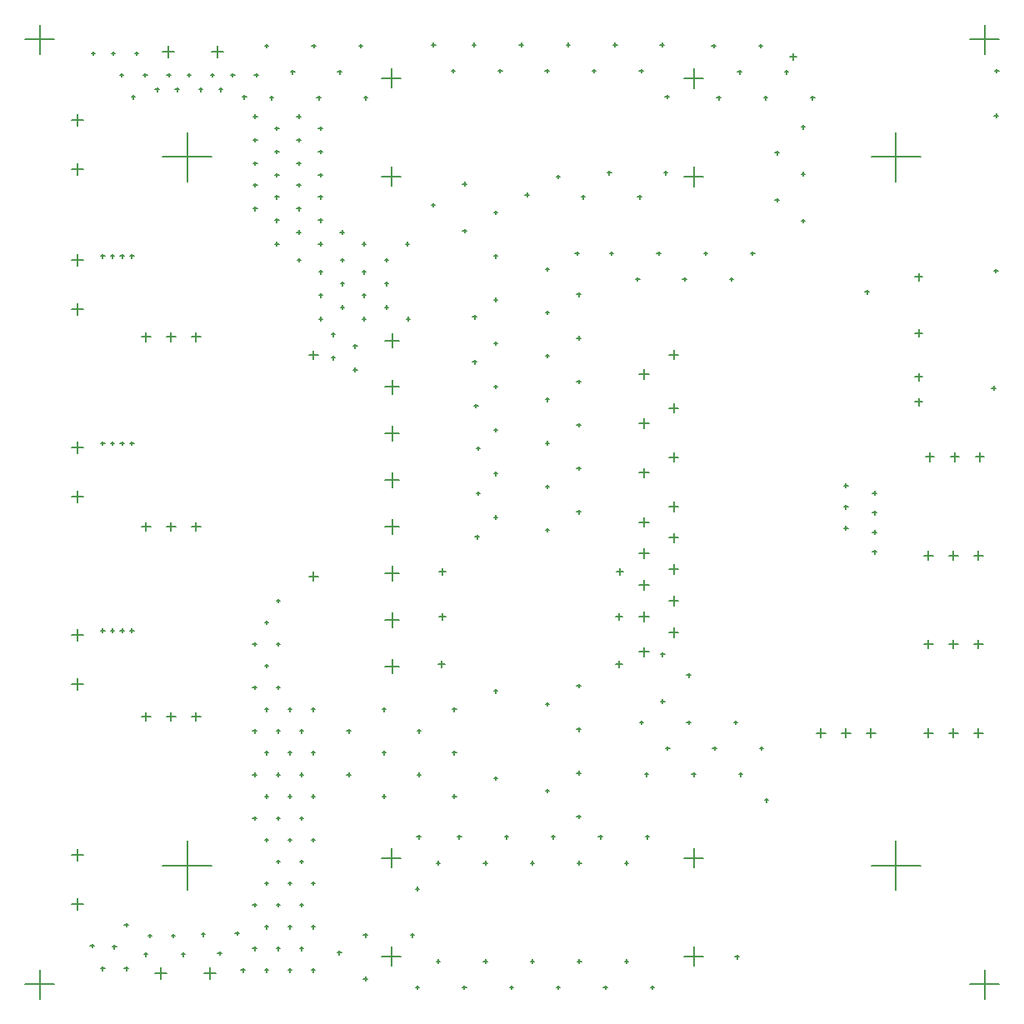
<source format=gbr>
G04 Layer_Color=128*
%FSLAX26Y26*%
%MOIN*%
%TF.FileFunction,Drillmap*%
%TF.Part,Single*%
G01*
G75*
%TA.AperFunction,NonConductor*%
%ADD53C,0.005000*%
D53*
X3743284Y-1669527D02*
X3778716D01*
X3761000Y-1687244D02*
Y-1651811D01*
X3643284Y-1669527D02*
X3678716D01*
X3661000Y-1687244D02*
Y-1651811D01*
X3543284Y-1669527D02*
X3578716D01*
X3561000Y-1687244D02*
Y-1651811D01*
X-59055Y-3779528D02*
X59055D01*
X0Y-3838583D02*
Y-3720472D01*
X-59055Y0D02*
X59055D01*
X0Y-59055D02*
Y59055D01*
X3720472Y-3779528D02*
X3838583D01*
X3779528Y-3838583D02*
Y-3720472D01*
X3720472Y0D02*
X3838582D01*
X3779527Y-59055D02*
Y59055D01*
X491929Y-3304528D02*
X688779D01*
X590354Y-3402953D02*
Y-3206102D01*
X3326575Y-3304528D02*
X3523425D01*
X3425000Y-3402953D02*
Y-3206102D01*
X3326575Y-469882D02*
X3523425D01*
X3425000Y-568307D02*
Y-371457D01*
X491929Y-469882D02*
X688779D01*
X590354Y-568307D02*
Y-371457D01*
X687803Y-47528D02*
X735047D01*
X711425Y-71150D02*
Y-23905D01*
X490953Y-47528D02*
X538197D01*
X514575Y-71150D02*
Y-23905D01*
X1366630Y-153827D02*
X1445370D01*
X1406000Y-193197D02*
Y-114457D01*
X1366630Y-547528D02*
X1445370D01*
X1406000Y-586898D02*
Y-508157D01*
X2576630Y-155827D02*
X2655370D01*
X2616000Y-195197D02*
Y-116457D01*
X2576630Y-549528D02*
X2655370D01*
X2616000Y-588898D02*
Y-510157D01*
X2576630Y-3273827D02*
X2655370D01*
X2616000Y-3313197D02*
Y-3234457D01*
X2576630Y-3667528D02*
X2655370D01*
X2616000Y-3706898D02*
Y-3628157D01*
X1366630Y-3273827D02*
X1445370D01*
X1406000Y-3313197D02*
Y-3234457D01*
X1366630Y-3667528D02*
X1445370D01*
X1406000Y-3706898D02*
Y-3628157D01*
X1597559Y-2129528D02*
X1625118D01*
X1611339Y-2143307D02*
Y-2115748D01*
X2306220Y-2129528D02*
X2333780D01*
X2320000Y-2143307D02*
Y-2115748D01*
X1596220Y-2309528D02*
X1623780D01*
X1610000Y-2323307D02*
Y-2295748D01*
X2304882Y-2309528D02*
X2332441D01*
X2318661Y-2323307D02*
Y-2295748D01*
X1594094Y-2499747D02*
X1621653D01*
X1607874Y-2513527D02*
Y-2485968D01*
X2302756Y-2499747D02*
X2330315D01*
X2316535Y-2513527D02*
Y-2485968D01*
X126378Y-882677D02*
X173622D01*
X150000Y-906299D02*
Y-859055D01*
X126378Y-1079527D02*
X173622D01*
X150000Y-1103149D02*
Y-1055906D01*
X2518276Y-1261086D02*
X2553709D01*
X2535992Y-1278803D02*
Y-1243370D01*
X2516307Y-2245338D02*
X2555677D01*
X2535992Y-2265023D02*
Y-2225653D01*
X2398315Y-1339827D02*
X2437685D01*
X2418000Y-1359512D02*
Y-1320142D01*
X2516307Y-1473685D02*
X2555677D01*
X2535992Y-1493370D02*
Y-1454000D01*
X2398315Y-1536677D02*
X2437685D01*
X2418000Y-1556362D02*
Y-1516992D01*
X2516307Y-1670535D02*
X2555677D01*
X2535992Y-1690220D02*
Y-1650850D01*
X2398315Y-1733527D02*
X2437685D01*
X2418000Y-1753213D02*
Y-1713842D01*
X2516307Y-1867386D02*
X2555677D01*
X2535992Y-1887071D02*
Y-1847701D01*
X2398315Y-1930378D02*
X2437685D01*
X2418000Y-1950063D02*
Y-1910693D01*
X2516307Y-1993370D02*
X2555677D01*
X2535992Y-2013055D02*
Y-1973685D01*
X2398315Y-2056362D02*
X2437685D01*
X2418000Y-2076047D02*
Y-2036677D01*
X2516307Y-2119354D02*
X2555677D01*
X2535992Y-2139039D02*
Y-2099669D01*
X2398315Y-2182347D02*
X2437685D01*
X2418000Y-2202032D02*
Y-2162662D01*
X2398315Y-2308331D02*
X2437685D01*
X2418000Y-2328016D02*
Y-2288646D01*
X2398315Y-2450063D02*
X2437685D01*
X2418000Y-2469748D02*
Y-2430378D01*
X2516307Y-2371323D02*
X2555677D01*
X2535992Y-2391008D02*
Y-2351638D01*
X1380047Y-1203803D02*
X1439102D01*
X1409575Y-1233331D02*
Y-1174275D01*
X1380047Y-1390024D02*
X1439102D01*
X1409575Y-1419551D02*
Y-1360496D01*
X1380047Y-1576244D02*
X1439102D01*
X1409575Y-1605772D02*
Y-1546716D01*
X1380047Y-1762465D02*
X1439102D01*
X1409575Y-1791992D02*
Y-1732937D01*
X1380047Y-1948685D02*
X1439102D01*
X1409575Y-1978213D02*
Y-1919158D01*
X1380047Y-2134905D02*
X1439102D01*
X1409575Y-2164433D02*
Y-2105378D01*
X1380047Y-2321126D02*
X1439102D01*
X1409575Y-2350653D02*
Y-2291599D01*
X1380047Y-2507347D02*
X1439102D01*
X1409575Y-2536874D02*
Y-2477819D01*
X3501000Y-950118D02*
X3531000D01*
X3516000Y-965118D02*
Y-935118D01*
X3501000Y-1174527D02*
X3531000D01*
X3516000Y-1189527D02*
Y-1159527D01*
X3501000Y-1350118D02*
X3531000D01*
X3516000Y-1365118D02*
Y-1335118D01*
X3501000Y-1450118D02*
X3531000D01*
X3516000Y-1465118D02*
Y-1435118D01*
X126378Y-1631890D02*
X173622D01*
X150000Y-1655512D02*
Y-1608268D01*
X126378Y-1828740D02*
X173622D01*
X150000Y-1852362D02*
Y-1805118D01*
X126378Y-2381102D02*
X173622D01*
X150000Y-2404724D02*
Y-2357480D01*
X126378Y-2577953D02*
X173622D01*
X150000Y-2601575D02*
Y-2554331D01*
X459953Y-3734528D02*
X507197D01*
X483575Y-3758149D02*
Y-3710905D01*
X656803Y-3734528D02*
X704047D01*
X680425Y-3758149D02*
Y-3710905D01*
X1077284Y-1261701D02*
X1112716D01*
X1095000Y-1279417D02*
Y-1243984D01*
X1077284Y-2147528D02*
X1112716D01*
X1095000Y-2165244D02*
Y-2129811D01*
X3537284Y-2064528D02*
X3572716D01*
X3555000Y-2082244D02*
Y-2046811D01*
X3637284Y-2064528D02*
X3672716D01*
X3655000Y-2082244D02*
Y-2046811D01*
X3737284Y-2064528D02*
X3772716D01*
X3755000Y-2082244D02*
Y-2046811D01*
X3737281Y-2419115D02*
X3772714D01*
X3754998Y-2436831D02*
Y-2401398D01*
X3637281Y-2419115D02*
X3672714D01*
X3654998Y-2436831D02*
Y-2401398D01*
X3537281Y-2419115D02*
X3572714D01*
X3554998Y-2436831D02*
Y-2401398D01*
X3737281Y-2774528D02*
X3772714D01*
X3754998Y-2792244D02*
Y-2756811D01*
X3637281Y-2774528D02*
X3672714D01*
X3654998Y-2792244D02*
Y-2756811D01*
X3537281Y-2774528D02*
X3572714D01*
X3554998Y-2792244D02*
Y-2756811D01*
X3307284Y-2774528D02*
X3342716D01*
X3325000Y-2792244D02*
Y-2756811D01*
X3207284Y-2774528D02*
X3242716D01*
X3225000Y-2792244D02*
Y-2756811D01*
X3107284Y-2774528D02*
X3142716D01*
X3125000Y-2792244D02*
Y-2756811D01*
X407284Y-2708528D02*
X442716D01*
X425000Y-2726244D02*
Y-2690811D01*
X507284Y-2708528D02*
X542716D01*
X525000Y-2726244D02*
Y-2690811D01*
X607284Y-2708528D02*
X642716D01*
X625000Y-2726244D02*
Y-2690811D01*
X407284Y-1949027D02*
X442716D01*
X425000Y-1966744D02*
Y-1931311D01*
X507284Y-1949027D02*
X542716D01*
X525000Y-1966744D02*
Y-1931311D01*
X607284Y-1949027D02*
X642716D01*
X625000Y-1966744D02*
Y-1931311D01*
X407284Y-1189527D02*
X442716D01*
X425000Y-1207244D02*
Y-1171811D01*
X507284Y-1189527D02*
X542716D01*
X525000Y-1207244D02*
Y-1171811D01*
X607284Y-1189527D02*
X642716D01*
X625000Y-1207244D02*
Y-1171811D01*
X126378Y-3261102D02*
X173622D01*
X150000Y-3284724D02*
Y-3237480D01*
X126378Y-3457953D02*
X173622D01*
X150000Y-3481575D02*
Y-3434331D01*
X126378Y-321575D02*
X173622D01*
X150000Y-345197D02*
Y-297953D01*
X126378Y-518425D02*
X173622D01*
X150000Y-542047D02*
Y-494803D01*
X3000844Y-69371D02*
X3028844D01*
X3014844Y-83371D02*
Y-55371D01*
X3302126Y-1009528D02*
X3317874D01*
X3310000Y-1017402D02*
Y-1001654D01*
X3808126Y-1394527D02*
X3823874D01*
X3816000Y-1402401D02*
Y-1386653D01*
X3817126Y-925528D02*
X3832874D01*
X3825000Y-933402D02*
Y-917654D01*
X3819126Y-304527D02*
X3834874D01*
X3827000Y-312401D02*
Y-296654D01*
X3820189Y-125528D02*
X3835937D01*
X3828063Y-133401D02*
Y-117653D01*
X852500Y-2940528D02*
X867500D01*
X860000Y-2948028D02*
Y-2933028D01*
X852500Y-2766528D02*
X867500D01*
X860000Y-2774028D02*
Y-2759028D01*
X899500Y-2853528D02*
X914500D01*
X907000Y-2861028D02*
Y-2846028D01*
X852500Y-2592528D02*
X867500D01*
X860000Y-2600028D02*
Y-2585028D01*
X899500Y-2679528D02*
X914500D01*
X907000Y-2687028D02*
Y-2672028D01*
X946500Y-2766528D02*
X961500D01*
X954000Y-2774028D02*
Y-2759028D01*
X993500Y-2679528D02*
X1008500D01*
X1001000Y-2687028D02*
Y-2672028D01*
X946500Y-2592528D02*
X961500D01*
X954000Y-2600028D02*
Y-2585028D01*
X899500Y-2505528D02*
X914500D01*
X907000Y-2513028D02*
Y-2498028D01*
X946500Y-2418528D02*
X961500D01*
X954000Y-2426028D02*
Y-2411028D01*
X852500Y-2418528D02*
X867500D01*
X860000Y-2426028D02*
Y-2411028D01*
X899500Y-2331528D02*
X914500D01*
X907000Y-2339028D02*
Y-2324028D01*
X946500Y-2244528D02*
X961500D01*
X954000Y-2252028D02*
Y-2237028D01*
X283126Y-866378D02*
X298874D01*
X291000Y-874252D02*
Y-858504D01*
X244126Y-866378D02*
X259874D01*
X252000Y-874252D02*
Y-858504D01*
X322126Y-866378D02*
X337874D01*
X330000Y-874252D02*
Y-858504D01*
X361126Y-866378D02*
X376874D01*
X369000Y-874252D02*
Y-858504D01*
X1087500Y-2679528D02*
X1102500D01*
X1095000Y-2687028D02*
Y-2672028D01*
X1040500Y-2766528D02*
X1055500D01*
X1048000Y-2774028D02*
Y-2759028D01*
X993500Y-2853528D02*
X1008500D01*
X1001000Y-2861028D02*
Y-2846028D01*
X946500Y-2940528D02*
X961500D01*
X954000Y-2948028D02*
Y-2933028D01*
X1087500Y-2853528D02*
X1102500D01*
X1095000Y-2861028D02*
Y-2846028D01*
X1040500Y-2940528D02*
X1055500D01*
X1048000Y-2948028D02*
Y-2933028D01*
X1040500Y-3288528D02*
X1055500D01*
X1048000Y-3296028D02*
Y-3281028D01*
X1087500Y-3201528D02*
X1102500D01*
X1095000Y-3209028D02*
Y-3194028D01*
X946500Y-3288528D02*
X961500D01*
X954000Y-3296028D02*
Y-3281028D01*
X993500Y-3201528D02*
X1008500D01*
X1001000Y-3209028D02*
Y-3194028D01*
X1040500Y-3114528D02*
X1055500D01*
X1048000Y-3122028D02*
Y-3107028D01*
X1087500Y-3027528D02*
X1102500D01*
X1095000Y-3035028D02*
Y-3020028D01*
X993500Y-3027528D02*
X1008500D01*
X1001000Y-3035028D02*
Y-3020028D01*
X946500Y-3114528D02*
X961500D01*
X954000Y-3122028D02*
Y-3107028D01*
X899500Y-3027528D02*
X914500D01*
X907000Y-3035028D02*
Y-3020028D01*
X899500Y-3201528D02*
X914500D01*
X907000Y-3209028D02*
Y-3194028D01*
X852500Y-3114528D02*
X867500D01*
X860000Y-3122028D02*
Y-3107028D01*
X1040500Y-3636528D02*
X1055500D01*
X1048000Y-3644028D02*
Y-3629028D01*
X1087500Y-3549528D02*
X1102500D01*
X1095000Y-3557028D02*
Y-3542028D01*
X946500Y-3636528D02*
X961500D01*
X954000Y-3644028D02*
Y-3629028D01*
X993500Y-3549528D02*
X1008500D01*
X1001000Y-3557028D02*
Y-3542028D01*
X1040500Y-3462528D02*
X1055500D01*
X1048000Y-3470028D02*
Y-3455028D01*
X1087500Y-3375528D02*
X1102500D01*
X1095000Y-3383028D02*
Y-3368028D01*
X993500Y-3375528D02*
X1008500D01*
X1001000Y-3383028D02*
Y-3368028D01*
X946500Y-3462528D02*
X961500D01*
X954000Y-3470028D02*
Y-3455028D01*
X899500Y-3375528D02*
X914500D01*
X907000Y-3383028D02*
Y-3368028D01*
X899500Y-3549528D02*
X914500D01*
X907000Y-3557028D02*
Y-3542028D01*
X852500Y-3462528D02*
X867500D01*
X860000Y-3470028D02*
Y-3455028D01*
X852500Y-3636528D02*
X867500D01*
X860000Y-3644028D02*
Y-3629028D01*
X1087500Y-3723528D02*
X1102500D01*
X1095000Y-3731028D02*
Y-3716028D01*
X993500Y-3723528D02*
X1008500D01*
X1001000Y-3731028D02*
Y-3716028D01*
X899500Y-3723528D02*
X914500D01*
X907000Y-3731028D02*
Y-3716028D01*
X782500Y-3574528D02*
X797500D01*
X790000Y-3582028D02*
Y-3567028D01*
X805500Y-3723528D02*
X820500D01*
X813000Y-3731028D02*
Y-3716028D01*
X712500Y-3654528D02*
X727500D01*
X720000Y-3662028D02*
Y-3647028D01*
X647500Y-3579528D02*
X662500D01*
X655000Y-3587028D02*
Y-3572028D01*
X567500Y-3659528D02*
X582500D01*
X575000Y-3667028D02*
Y-3652028D01*
X527500Y-3584528D02*
X542500D01*
X535000Y-3592028D02*
Y-3577028D01*
X433500Y-3584528D02*
X448500D01*
X441000Y-3592028D02*
Y-3577028D01*
X417500Y-3659528D02*
X432500D01*
X425000Y-3667028D02*
Y-3652028D01*
X338500Y-3542528D02*
X353500D01*
X346000Y-3550028D02*
Y-3535028D01*
X338500Y-3716528D02*
X353500D01*
X346000Y-3724028D02*
Y-3709028D01*
X291500Y-3629528D02*
X306500D01*
X299000Y-3637028D02*
Y-3622028D01*
X202500Y-3625000D02*
X217500D01*
X210000Y-3632500D02*
Y-3617500D01*
X244500Y-3716528D02*
X259500D01*
X252000Y-3724028D02*
Y-3709028D01*
X1369500Y-3027528D02*
X1384500D01*
X1377000Y-3035028D02*
Y-3020028D01*
X1228500Y-2766528D02*
X1243500D01*
X1236000Y-2774028D02*
Y-2759028D01*
X1369500Y-2679528D02*
X1384500D01*
X1377000Y-2687028D02*
Y-2672028D01*
X1228500Y-2940528D02*
X1243500D01*
X1236000Y-2948028D02*
Y-2933028D01*
X1369500Y-2853528D02*
X1384500D01*
X1377000Y-2861028D02*
Y-2846028D01*
X1651500Y-3027528D02*
X1666500D01*
X1659000Y-3035028D02*
Y-3020028D01*
X1510500Y-2766528D02*
X1525500D01*
X1518000Y-2774028D02*
Y-2759028D01*
X1651500Y-2679528D02*
X1666500D01*
X1659000Y-2687028D02*
Y-2672028D01*
X1510500Y-2940528D02*
X1525500D01*
X1518000Y-2948028D02*
Y-2933028D01*
X1651500Y-2853528D02*
X1666500D01*
X1659000Y-2861028D02*
Y-2846028D01*
X1817500Y-2954528D02*
X1832500D01*
X1825000Y-2962028D02*
Y-2947028D01*
X1817500Y-2606528D02*
X1832500D01*
X1825000Y-2614028D02*
Y-2599028D01*
X1742500Y-1989527D02*
X1757500D01*
X1750000Y-1997027D02*
Y-1982027D01*
X1738005Y-1464527D02*
X1753005D01*
X1745505Y-1472027D02*
Y-1457027D01*
X1747500Y-1634527D02*
X1762500D01*
X1755000Y-1642027D02*
Y-1627027D01*
X1817500Y-1562527D02*
X1832500D01*
X1825000Y-1570027D02*
Y-1555027D01*
X1817500Y-1736527D02*
X1832500D01*
X1825000Y-1744027D02*
Y-1729027D01*
X1817500Y-1388527D02*
X1832500D01*
X1825000Y-1396027D02*
Y-1381027D01*
X1747500Y-1814527D02*
X1762500D01*
X1755000Y-1822027D02*
Y-1807027D01*
X1817500Y-1910527D02*
X1832500D01*
X1825000Y-1918027D02*
Y-1903027D01*
X1692500Y-764528D02*
X1707500D01*
X1700000Y-772028D02*
Y-757028D01*
X1817500Y-866528D02*
X1832500D01*
X1825000Y-874028D02*
Y-859028D01*
X1817500Y-1040527D02*
X1832500D01*
X1825000Y-1048027D02*
Y-1033027D01*
X1817500Y-692528D02*
X1832500D01*
X1825000Y-700028D02*
Y-685028D01*
X1732500Y-1109527D02*
X1747500D01*
X1740000Y-1117027D02*
Y-1102027D01*
X1817500Y-1214527D02*
X1832500D01*
X1825000Y-1222027D02*
Y-1207027D01*
X1732500Y-1289527D02*
X1747500D01*
X1740000Y-1297027D02*
Y-1282027D01*
X1692500Y-577528D02*
X1707500D01*
X1700000Y-585028D02*
Y-570028D01*
X1567500Y-662528D02*
X1582500D01*
X1575000Y-670028D02*
Y-655028D01*
X1942500Y-620528D02*
X1957500D01*
X1950000Y-628028D02*
Y-613028D01*
X2067500Y-548528D02*
X2082500D01*
X2075000Y-556028D02*
Y-541028D01*
X2167500Y-629528D02*
X2182500D01*
X2175000Y-637028D02*
Y-622028D01*
X2271500Y-533528D02*
X2286500D01*
X2279000Y-541028D02*
Y-526028D01*
X2392500Y-629528D02*
X2407500D01*
X2400000Y-637028D02*
Y-622028D01*
X2496500Y-533528D02*
X2511500D01*
X2504000Y-541028D02*
Y-526028D01*
X1191500Y-3653528D02*
X1206500D01*
X1199000Y-3661028D02*
Y-3646028D01*
X1295500Y-3583528D02*
X1310500D01*
X1303000Y-3591028D02*
Y-3576028D01*
X1295500Y-3757528D02*
X1310500D01*
X1303000Y-3765028D02*
Y-3750028D01*
X1691500Y-3791528D02*
X1706500D01*
X1699000Y-3799028D02*
Y-3784028D01*
X1587500Y-3687528D02*
X1602500D01*
X1595000Y-3695028D02*
Y-3680028D01*
X1483500Y-3583528D02*
X1498500D01*
X1491000Y-3591028D02*
Y-3576028D01*
X1879500Y-3791528D02*
X1894500D01*
X1887000Y-3799028D02*
Y-3784028D01*
X1775500Y-3687528D02*
X1790500D01*
X1783000Y-3695028D02*
Y-3680028D01*
X2067500Y-3791528D02*
X2082500D01*
X2075000Y-3799028D02*
Y-3784028D01*
X1963500Y-3687528D02*
X1978500D01*
X1971000Y-3695028D02*
Y-3680028D01*
X2255500Y-3791528D02*
X2270500D01*
X2263000Y-3799028D02*
Y-3784028D01*
X2151500Y-3687528D02*
X2166500D01*
X2159000Y-3695028D02*
Y-3680028D01*
X2443500Y-3791528D02*
X2458500D01*
X2451000Y-3799028D02*
Y-3784028D01*
X2339500Y-3687528D02*
X2354500D01*
X2347000Y-3695028D02*
Y-3680028D01*
X1503500Y-3791528D02*
X1518500D01*
X1511000Y-3799028D02*
Y-3784028D01*
X1503500Y-3397827D02*
X1518500D01*
X1511000Y-3405327D02*
Y-3390327D01*
X2423500Y-3189827D02*
X2438500D01*
X2431000Y-3197327D02*
Y-3182327D01*
X2235500Y-3189827D02*
X2250500D01*
X2243000Y-3197327D02*
Y-3182327D01*
X2339500Y-3293827D02*
X2354500D01*
X2347000Y-3301327D02*
Y-3286327D01*
X2047500Y-3189827D02*
X2062500D01*
X2055000Y-3197327D02*
Y-3182327D01*
X2151500Y-3293827D02*
X2166500D01*
X2159000Y-3301327D02*
Y-3286327D01*
X1859500Y-3189827D02*
X1874500D01*
X1867000Y-3197327D02*
Y-3182327D01*
X1963500Y-3293827D02*
X1978500D01*
X1971000Y-3301327D02*
Y-3286327D01*
X1671500Y-3189827D02*
X1686500D01*
X1679000Y-3197327D02*
Y-3182327D01*
X1775500Y-3293827D02*
X1790500D01*
X1783000Y-3301327D02*
Y-3286327D01*
X1508990Y-3189827D02*
X1523990D01*
X1516490Y-3197327D02*
Y-3182327D01*
X1587500Y-3293827D02*
X1602500D01*
X1595000Y-3301327D02*
Y-3286327D01*
X2023950Y-1962072D02*
X2038950D01*
X2031450Y-1969572D02*
Y-1954572D01*
X2148950Y-1890072D02*
X2163950D01*
X2156450Y-1897572D02*
Y-1882572D01*
X2023950Y-1788072D02*
X2038950D01*
X2031450Y-1795572D02*
Y-1780572D01*
X2148950Y-2586072D02*
X2163950D01*
X2156450Y-2593572D02*
Y-2578572D01*
X2023950Y-3006072D02*
X2038950D01*
X2031450Y-3013572D02*
Y-2998572D01*
X2148950Y-2934072D02*
X2163950D01*
X2156450Y-2941572D02*
Y-2926572D01*
X2148950Y-3108072D02*
X2163950D01*
X2156450Y-3115572D02*
Y-3100572D01*
X2148950Y-2760072D02*
X2163950D01*
X2156450Y-2767572D02*
Y-2752572D01*
X2023950Y-2658072D02*
X2038950D01*
X2031450Y-2665572D02*
Y-2650572D01*
X2148950Y-1194072D02*
X2163950D01*
X2156450Y-1201572D02*
Y-1186572D01*
X2023950Y-1092072D02*
X2038950D01*
X2031450Y-1099572D02*
Y-1084572D01*
X2148950Y-1020072D02*
X2163950D01*
X2156450Y-1027572D02*
Y-1012572D01*
X2023950Y-918072D02*
X2038950D01*
X2031450Y-925572D02*
Y-910572D01*
X2023950Y-1440072D02*
X2038950D01*
X2031450Y-1447572D02*
Y-1432572D01*
X2023950Y-1614072D02*
X2038950D01*
X2031450Y-1621572D02*
Y-1606572D01*
X2148950Y-1542072D02*
X2163950D01*
X2156450Y-1549572D02*
Y-1534572D01*
X2148950Y-1716072D02*
X2163950D01*
X2156450Y-1723572D02*
Y-1708572D01*
X2148950Y-1368072D02*
X2163950D01*
X2156450Y-1375572D02*
Y-1360572D01*
X2023950Y-1266072D02*
X2038950D01*
X2031450Y-1273572D02*
Y-1258572D01*
X2384500Y-958528D02*
X2399500D01*
X2392000Y-966028D02*
Y-951028D01*
X2280500Y-854528D02*
X2295500D01*
X2288000Y-862028D02*
Y-847028D01*
X2572500Y-958528D02*
X2587500D01*
X2580000Y-966028D02*
Y-951028D01*
X2468500Y-854528D02*
X2483500D01*
X2476000Y-862028D02*
Y-847028D01*
X2656500Y-854528D02*
X2671500D01*
X2664000Y-862028D02*
Y-847028D01*
X2142500Y-854528D02*
X2157500D01*
X2150000Y-862028D02*
Y-847028D01*
X2844500Y-854528D02*
X2859500D01*
X2852000Y-862028D02*
Y-847028D01*
X3046500Y-725528D02*
X3061500D01*
X3054000Y-733028D02*
Y-718028D01*
X3046500Y-537528D02*
X3061500D01*
X3054000Y-545028D02*
Y-530028D01*
X2942500Y-641528D02*
X2957500D01*
X2950000Y-649028D02*
Y-634028D01*
X3046500Y-349527D02*
X3061500D01*
X3054000Y-357027D02*
Y-342027D01*
X2942500Y-453527D02*
X2957500D01*
X2950000Y-461027D02*
Y-446027D01*
X1646500Y-124528D02*
X1661500D01*
X1654000Y-132028D02*
Y-117028D01*
X1567990Y-20527D02*
X1582990D01*
X1575490Y-28027D02*
Y-13027D01*
X1834500Y-124528D02*
X1849500D01*
X1842000Y-132028D02*
Y-117028D01*
X1730500Y-20527D02*
X1745500D01*
X1738000Y-28027D02*
Y-13027D01*
X2022500Y-124528D02*
X2037500D01*
X2030000Y-132028D02*
Y-117028D01*
X1918500Y-20527D02*
X1933500D01*
X1926000Y-28027D02*
Y-13027D01*
X2210500Y-124528D02*
X2225500D01*
X2218000Y-132028D02*
Y-117028D01*
X2106500Y-20527D02*
X2121500D01*
X2114000Y-28027D02*
Y-13027D01*
X2502500Y-228528D02*
X2517500D01*
X2510000Y-236028D02*
Y-221028D01*
X2398500Y-124528D02*
X2413500D01*
X2406000Y-132028D02*
Y-117028D01*
X2294500Y-20527D02*
X2309500D01*
X2302000Y-28027D02*
Y-13027D01*
X2482500Y-20527D02*
X2497500D01*
X2490000Y-28027D02*
Y-13027D01*
X2876500Y-25527D02*
X2891500D01*
X2884000Y-33028D02*
Y-18027D01*
X2980500Y-129528D02*
X2995500D01*
X2988000Y-137028D02*
Y-122028D01*
X3084500Y-233528D02*
X3099500D01*
X3092000Y-241028D02*
Y-226028D01*
X2688500Y-25527D02*
X2703500D01*
X2696000Y-33028D02*
Y-18027D01*
X2792500Y-129528D02*
X2807500D01*
X2800000Y-137028D02*
Y-122028D01*
X2896500Y-233528D02*
X2911500D01*
X2904000Y-241028D02*
Y-226028D01*
X2708500Y-233528D02*
X2723500D01*
X2716000Y-241028D02*
Y-226028D01*
X920500Y-233528D02*
X935500D01*
X928000Y-241028D02*
Y-226028D01*
X1108500Y-233528D02*
X1123500D01*
X1116000Y-241028D02*
Y-226028D01*
X1004500Y-129528D02*
X1019500D01*
X1012000Y-137028D02*
Y-122028D01*
X900500Y-25527D02*
X915500D01*
X908000Y-33028D02*
Y-18027D01*
X1296500Y-233528D02*
X1311500D01*
X1304000Y-241028D02*
Y-226028D01*
X1192500Y-129528D02*
X1207500D01*
X1200000Y-137028D02*
Y-122028D01*
X1088500Y-25527D02*
X1103500D01*
X1096000Y-33028D02*
Y-18027D01*
X1276500Y-25527D02*
X1291500D01*
X1284000Y-33028D02*
Y-18027D01*
X854500Y-495527D02*
X869500D01*
X862000Y-503027D02*
Y-488027D01*
X941500Y-542528D02*
X956500D01*
X949000Y-550028D02*
Y-535028D01*
X854500Y-401527D02*
X869500D01*
X862000Y-409027D02*
Y-394027D01*
X941500Y-448527D02*
X956500D01*
X949000Y-456027D02*
Y-441027D01*
X1028500Y-495527D02*
X1043500D01*
X1036000Y-503027D02*
Y-488027D01*
X1115500Y-542528D02*
X1130500D01*
X1123000Y-550028D02*
Y-535028D01*
X1115500Y-448527D02*
X1130500D01*
X1123000Y-456027D02*
Y-441027D01*
X1028500Y-401527D02*
X1043500D01*
X1036000Y-409027D02*
Y-394027D01*
X1115500Y-354527D02*
X1130500D01*
X1123000Y-362027D02*
Y-347027D01*
X941500Y-354527D02*
X956500D01*
X949000Y-362027D02*
Y-347027D01*
X1028500Y-307527D02*
X1043500D01*
X1036000Y-315027D02*
Y-300027D01*
X854500Y-307527D02*
X869500D01*
X862000Y-315027D02*
Y-300027D01*
X941500Y-817528D02*
X956500D01*
X949000Y-825028D02*
Y-810028D01*
X854500Y-676528D02*
X869500D01*
X862000Y-684028D02*
Y-669028D01*
X941500Y-723528D02*
X956500D01*
X949000Y-731028D02*
Y-716028D01*
X1028500Y-770528D02*
X1043500D01*
X1036000Y-778028D02*
Y-763028D01*
X1115500Y-817528D02*
X1130500D01*
X1123000Y-825028D02*
Y-810028D01*
X1115500Y-723528D02*
X1130500D01*
X1123000Y-731028D02*
Y-716028D01*
X1028500Y-676528D02*
X1043500D01*
X1036000Y-684028D02*
Y-669028D01*
X1115500Y-629528D02*
X1130500D01*
X1123000Y-637028D02*
Y-622028D01*
X941500Y-629528D02*
X956500D01*
X949000Y-637028D02*
Y-622028D01*
X1028500Y-582528D02*
X1043500D01*
X1036000Y-590028D02*
Y-575028D01*
X854500Y-582528D02*
X869500D01*
X862000Y-590028D02*
Y-575028D01*
X1116500Y-1117527D02*
X1131500D01*
X1124000Y-1125027D02*
Y-1110027D01*
X1116500Y-1023528D02*
X1131500D01*
X1124000Y-1031027D02*
Y-1016028D01*
X1203500Y-1070527D02*
X1218500D01*
X1211000Y-1078027D02*
Y-1063027D01*
X1290500Y-1117527D02*
X1305500D01*
X1298000Y-1125027D02*
Y-1110027D01*
X1290500Y-1023528D02*
X1305500D01*
X1298000Y-1031027D02*
Y-1016028D01*
X1203500Y-976528D02*
X1218500D01*
X1211000Y-984028D02*
Y-969028D01*
X1290500Y-929528D02*
X1305500D01*
X1298000Y-937028D02*
Y-922028D01*
X1116500Y-929528D02*
X1131500D01*
X1124000Y-937028D02*
Y-922028D01*
X1203500Y-882528D02*
X1218500D01*
X1211000Y-890028D02*
Y-875028D01*
X1029500Y-882528D02*
X1044500D01*
X1037000Y-890028D02*
Y-875028D01*
X1202500Y-770528D02*
X1217500D01*
X1210000Y-778028D02*
Y-763028D01*
X1289500Y-817528D02*
X1304500D01*
X1297000Y-825028D02*
Y-810028D01*
X1463500Y-817528D02*
X1478500D01*
X1471000Y-825028D02*
Y-810028D01*
X1379500Y-1070527D02*
X1394500D01*
X1387000Y-1078027D02*
Y-1063027D01*
X1466500Y-1117527D02*
X1481500D01*
X1474000Y-1125027D02*
Y-1110027D01*
X1379500Y-976528D02*
X1394500D01*
X1387000Y-984028D02*
Y-969028D01*
X1379500Y-882528D02*
X1394500D01*
X1387000Y-890028D02*
Y-875028D01*
X1167500Y-1179527D02*
X1182500D01*
X1175000Y-1187027D02*
Y-1172027D01*
X1254500Y-1226527D02*
X1269500D01*
X1262000Y-1234027D02*
Y-1219027D01*
X1254500Y-1320527D02*
X1269500D01*
X1262000Y-1328027D02*
Y-1313027D01*
X1167500Y-1273527D02*
X1182500D01*
X1175000Y-1281027D02*
Y-1266027D01*
X717500Y-199528D02*
X732500D01*
X725000Y-207028D02*
Y-192028D01*
X764500Y-142528D02*
X779500D01*
X772000Y-150028D02*
Y-135028D01*
X858500Y-142528D02*
X873500D01*
X866000Y-150028D02*
Y-135028D01*
X811500Y-229528D02*
X826500D01*
X819000Y-237028D02*
Y-222028D01*
X542500Y-199528D02*
X557500D01*
X550000Y-207028D02*
Y-192028D01*
X589500Y-142528D02*
X604500D01*
X597000Y-150028D02*
Y-135028D01*
X683500Y-142528D02*
X698500D01*
X691000Y-150028D02*
Y-135028D01*
X636500Y-199528D02*
X651500D01*
X644000Y-207028D02*
Y-192028D01*
X367500Y-229528D02*
X382500D01*
X375000Y-237028D02*
Y-222028D01*
X414500Y-142528D02*
X429500D01*
X422000Y-150028D02*
Y-135028D01*
X508500Y-142528D02*
X523500D01*
X516000Y-150028D02*
Y-135028D01*
X462500Y-199528D02*
X477500D01*
X470000Y-207028D02*
Y-192028D01*
X380500Y-55528D02*
X395500D01*
X388000Y-63028D02*
Y-48028D01*
X286500Y-55528D02*
X301500D01*
X294000Y-63028D02*
Y-48028D01*
X320500Y-142528D02*
X335500D01*
X328000Y-150028D02*
Y-135028D01*
X207500Y-55000D02*
X222500D01*
X215000Y-62500D02*
Y-47500D01*
X2760500Y-958528D02*
X2775500D01*
X2768000Y-966028D02*
Y-951028D01*
X2420500Y-2939528D02*
X2435500D01*
X2428000Y-2947028D02*
Y-2932028D01*
X2608500Y-2939528D02*
X2623500D01*
X2616000Y-2947028D02*
Y-2932028D01*
X2504500Y-2835528D02*
X2519500D01*
X2512000Y-2843028D02*
Y-2828028D01*
X2400500Y-2731528D02*
X2415500D01*
X2408000Y-2739028D02*
Y-2724028D01*
X2796500Y-2939528D02*
X2811500D01*
X2804000Y-2947028D02*
Y-2932028D01*
X2692500Y-2835528D02*
X2707500D01*
X2700000Y-2843028D02*
Y-2828028D01*
X2588500Y-2731528D02*
X2603500D01*
X2596000Y-2739028D02*
Y-2724028D01*
X2776500Y-2731528D02*
X2791500D01*
X2784000Y-2739028D02*
Y-2724028D01*
X2900500Y-3043528D02*
X2915500D01*
X2908000Y-3051028D02*
Y-3036028D01*
X2880500Y-2835528D02*
X2895500D01*
X2888000Y-2843028D02*
Y-2828028D01*
X2588500Y-2543528D02*
X2603500D01*
X2596000Y-2551028D02*
Y-2536028D01*
X2484500Y-2647528D02*
X2499500D01*
X2492000Y-2655028D02*
Y-2640028D01*
X2484500Y-2459528D02*
X2499500D01*
X2492000Y-2467028D02*
Y-2452028D01*
X2782500Y-3669528D02*
X2797500D01*
X2790000Y-3677028D02*
Y-3662028D01*
X361126Y-1615591D02*
X376874D01*
X369000Y-1623465D02*
Y-1607716D01*
X322126Y-1615591D02*
X337874D01*
X330000Y-1623465D02*
Y-1607716D01*
X244126Y-1615591D02*
X259874D01*
X252000Y-1623465D02*
Y-1607716D01*
X283126Y-1615591D02*
X298874D01*
X291000Y-1623465D02*
Y-1607716D01*
X361126Y-2364803D02*
X376874D01*
X369000Y-2372677D02*
Y-2356929D01*
X322126Y-2364803D02*
X337874D01*
X330000Y-2372677D02*
Y-2356929D01*
X244126Y-2364803D02*
X259874D01*
X252000Y-2372677D02*
Y-2356929D01*
X283126Y-2364803D02*
X298874D01*
X291000Y-2372677D02*
Y-2356929D01*
X3332126Y-2049528D02*
X3347874D01*
X3340000Y-2057401D02*
Y-2041653D01*
X3332126Y-1971194D02*
X3347874D01*
X3340000Y-1979068D02*
Y-1963320D01*
X3332126Y-1892861D02*
X3347874D01*
X3340000Y-1900735D02*
Y-1884987D01*
X3332126Y-1814528D02*
X3347874D01*
X3340000Y-1822402D02*
Y-1806654D01*
X3217126Y-1784527D02*
X3232874D01*
X3225000Y-1792401D02*
Y-1776653D01*
X3217126Y-1869527D02*
X3232874D01*
X3225000Y-1877401D02*
Y-1861653D01*
X3217126Y-1954527D02*
X3232874D01*
X3225000Y-1962401D02*
Y-1946653D01*
%TF.MD5,7c8f33514c9d591e884ebda90279e877*%
M02*

</source>
